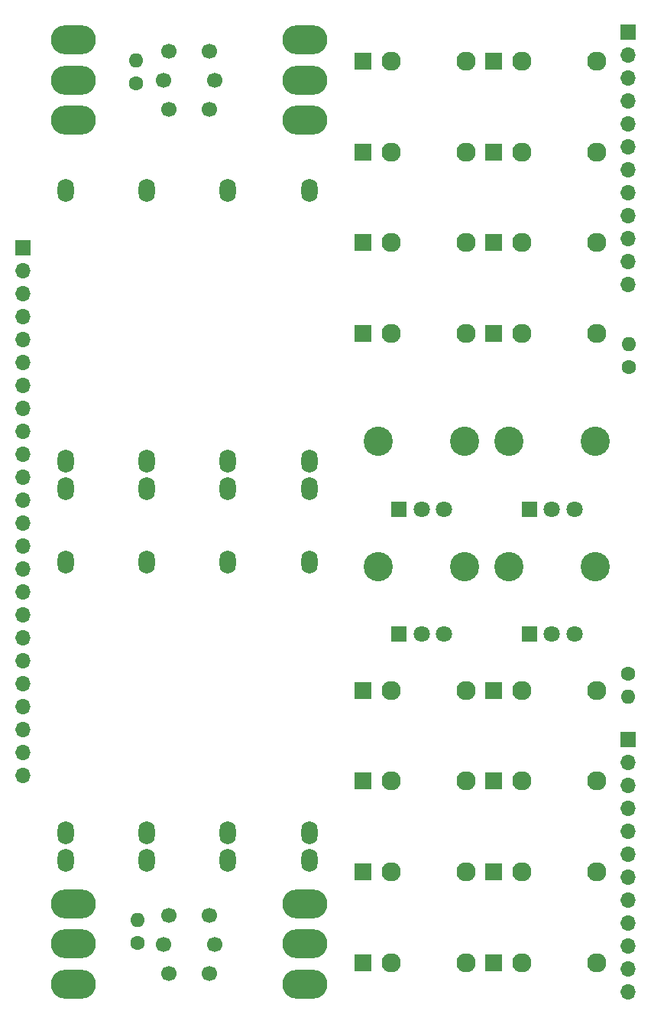
<source format=gbr>
%TF.GenerationSoftware,KiCad,Pcbnew,7.0.1-0*%
%TF.CreationDate,2024-01-26T10:09:15+13:00*%
%TF.ProjectId,MOL,4d4f4c2e-6b69-4636-9164-5f7063625858,rev?*%
%TF.SameCoordinates,Original*%
%TF.FileFunction,Soldermask,Top*%
%TF.FilePolarity,Negative*%
%FSLAX46Y46*%
G04 Gerber Fmt 4.6, Leading zero omitted, Abs format (unit mm)*
G04 Created by KiCad (PCBNEW 7.0.1-0) date 2024-01-26 10:09:15*
%MOMM*%
%LPD*%
G01*
G04 APERTURE LIST*
%ADD10O,1.800000X2.600000*%
%ADD11C,1.700000*%
%ADD12C,1.800000*%
%ADD13R,1.800000X1.800000*%
%ADD14C,3.240000*%
%ADD15C,2.130000*%
%ADD16R,1.830000X1.930000*%
%ADD17O,1.600000X1.600000*%
%ADD18C,1.600000*%
%ADD19O,5.000000X3.200000*%
%ADD20O,1.700000X1.700000*%
%ADD21R,1.700000X1.700000*%
G04 APERTURE END LIST*
D10*
%TO.C,RV3*%
X130800000Y-54550000D03*
X130800000Y-87550000D03*
X130800000Y-84500000D03*
%TD*%
%TO.C,RV6*%
X121800000Y-95650000D03*
X121800000Y-128650000D03*
X121800000Y-125600000D03*
%TD*%
D11*
%TO.C,SW2*%
X129285000Y-137995000D03*
X123685000Y-137995000D03*
X128735000Y-134795000D03*
X128735000Y-141195000D03*
X124235000Y-134795000D03*
X124235000Y-141195000D03*
%TD*%
D12*
%TO.C,RV10*%
X169200000Y-103650000D03*
X166700000Y-103650000D03*
D13*
X164200000Y-103650000D03*
D14*
X171500000Y-96150000D03*
X161900000Y-96150000D03*
%TD*%
D10*
%TO.C,RV2*%
X121800000Y-54550000D03*
X121800000Y-87550000D03*
X121800000Y-84500000D03*
%TD*%
D15*
%TO.C,J3*%
X148870000Y-109850000D03*
X157170000Y-109850000D03*
D16*
X145770000Y-109850000D03*
%TD*%
D15*
%TO.C,J9*%
X163320000Y-119900000D03*
X171620000Y-119900000D03*
D16*
X160220000Y-119900000D03*
%TD*%
D10*
%TO.C,RV7*%
X130800000Y-95650000D03*
X130800000Y-128650000D03*
X130800000Y-125600000D03*
%TD*%
D15*
%TO.C,J7*%
X163320000Y-140000000D03*
X171620000Y-140000000D03*
D16*
X160220000Y-140000000D03*
%TD*%
D17*
%TO.C,R58*%
X120800000Y-135305000D03*
D18*
X120800000Y-137845000D03*
%TD*%
D15*
%TO.C,J13*%
X148870000Y-119900000D03*
X157170000Y-119900000D03*
D16*
X145770000Y-119900000D03*
%TD*%
D15*
%TO.C,J4*%
X148870000Y-40200000D03*
X157170000Y-40200000D03*
D16*
X145770000Y-40200000D03*
%TD*%
D10*
%TO.C,RV8*%
X139800000Y-95650000D03*
X139800000Y-128650000D03*
X139800000Y-125600000D03*
%TD*%
D15*
%TO.C,J8*%
X163320000Y-60300000D03*
X171620000Y-60300000D03*
D16*
X160220000Y-60300000D03*
%TD*%
D19*
%TO.C,SW6*%
X139300000Y-133500000D03*
X139300000Y-137950000D03*
X139300000Y-142400000D03*
%TD*%
D17*
%TO.C,R64*%
X175100000Y-110540000D03*
D18*
X175100000Y-108000000D03*
%TD*%
D17*
%TO.C,R65*%
X175200000Y-71505000D03*
D18*
X175200000Y-74045000D03*
%TD*%
D12*
%TO.C,RV11*%
X154750000Y-89800000D03*
X152250000Y-89800000D03*
D13*
X149750000Y-89800000D03*
D14*
X157050000Y-82300000D03*
X147450000Y-82300000D03*
%TD*%
D15*
%TO.C,J12*%
X148870000Y-60300000D03*
X157170000Y-60300000D03*
D16*
X145770000Y-60300000D03*
%TD*%
D15*
%TO.C,J5*%
X148870000Y-140000000D03*
X157170000Y-140000000D03*
D16*
X145770000Y-140000000D03*
%TD*%
D12*
%TO.C,RV12*%
X154750000Y-103650000D03*
X152250000Y-103650000D03*
D13*
X149750000Y-103650000D03*
D14*
X157050000Y-96150000D03*
X147450000Y-96150000D03*
%TD*%
D19*
%TO.C,SW3*%
X113700000Y-37850000D03*
X113700000Y-42300000D03*
X113700000Y-46750000D03*
%TD*%
D15*
%TO.C,J2*%
X148870000Y-70350000D03*
X157170000Y-70350000D03*
D16*
X145770000Y-70350000D03*
%TD*%
D19*
%TO.C,SW5*%
X139300000Y-37850000D03*
X139300000Y-42300000D03*
X139300000Y-46750000D03*
%TD*%
D15*
%TO.C,J16*%
X148870000Y-50240000D03*
X157170000Y-50240000D03*
D16*
X145770000Y-50240000D03*
%TD*%
D17*
%TO.C,R56*%
X120600000Y-40105000D03*
D18*
X120600000Y-42645000D03*
%TD*%
D15*
%TO.C,J14*%
X163320000Y-70350000D03*
X171620000Y-70350000D03*
D16*
X160220000Y-70350000D03*
%TD*%
D15*
%TO.C,J6*%
X163320000Y-40200000D03*
X171620000Y-40200000D03*
D16*
X160220000Y-40200000D03*
%TD*%
D15*
%TO.C,J17*%
X148870000Y-129950000D03*
X157170000Y-129950000D03*
D16*
X145770000Y-129950000D03*
%TD*%
D10*
%TO.C,RV4*%
X139800000Y-54550000D03*
X139800000Y-87550000D03*
X139800000Y-84500000D03*
%TD*%
%TO.C,RV5*%
X112800000Y-95650000D03*
X112800000Y-128650000D03*
X112800000Y-125600000D03*
%TD*%
%TO.C,RV1*%
X112800000Y-54550000D03*
X112800000Y-87550000D03*
X112800000Y-84500000D03*
%TD*%
D15*
%TO.C,J15*%
X163320000Y-109850000D03*
X171620000Y-109850000D03*
D16*
X160220000Y-109850000D03*
%TD*%
D12*
%TO.C,RV9*%
X169200000Y-89800000D03*
X166700000Y-89800000D03*
D13*
X164200000Y-89800000D03*
D14*
X171500000Y-82300000D03*
X161900000Y-82300000D03*
%TD*%
D15*
%TO.C,J11*%
X163320000Y-129950000D03*
X171620000Y-129950000D03*
D16*
X160220000Y-129950000D03*
%TD*%
D15*
%TO.C,J10*%
X163320000Y-50250000D03*
X171620000Y-50250000D03*
D16*
X160220000Y-50250000D03*
%TD*%
D19*
%TO.C,SW4*%
X113700000Y-133500000D03*
X113700000Y-137950000D03*
X113700000Y-142400000D03*
%TD*%
D11*
%TO.C,SW1*%
X129285000Y-42345000D03*
X123685000Y-42345000D03*
X128735000Y-39145000D03*
X128735000Y-45545000D03*
X124235000Y-39145000D03*
X124235000Y-45545000D03*
%TD*%
D20*
%TO.C,J24*%
X175100000Y-64940000D03*
X175100000Y-62400000D03*
X175100000Y-59860000D03*
X175100000Y-57320000D03*
X175100000Y-54780000D03*
X175100000Y-52240000D03*
X175100000Y-49700000D03*
X175100000Y-47160000D03*
X175100000Y-44620000D03*
X175100000Y-42080000D03*
X175100000Y-39540000D03*
D21*
X175100000Y-37000000D03*
%TD*%
D20*
%TO.C,J26*%
X175100000Y-143250000D03*
X175100000Y-140710000D03*
X175100000Y-138170000D03*
X175100000Y-135630000D03*
X175100000Y-133090000D03*
X175100000Y-130550000D03*
X175100000Y-128010000D03*
X175100000Y-125470000D03*
X175100000Y-122930000D03*
X175100000Y-120390000D03*
X175100000Y-117850000D03*
D21*
X175100000Y-115310000D03*
%TD*%
D20*
%TO.C,J22*%
X108100000Y-119300000D03*
X108100000Y-116760000D03*
X108100000Y-114220000D03*
X108100000Y-111680000D03*
X108100000Y-109140000D03*
X108100000Y-106600000D03*
X108100000Y-104060000D03*
X108100000Y-101520000D03*
X108100000Y-98980000D03*
X108100000Y-96440000D03*
X108100000Y-93900000D03*
X108100000Y-91360000D03*
X108100000Y-88820000D03*
X108100000Y-86280000D03*
X108100000Y-83740000D03*
X108100000Y-81200000D03*
X108100000Y-78660000D03*
X108100000Y-76120000D03*
X108100000Y-73580000D03*
X108100000Y-71040000D03*
X108100000Y-68500000D03*
X108100000Y-65960000D03*
X108100000Y-63420000D03*
D21*
X108100000Y-60880000D03*
%TD*%
M02*

</source>
